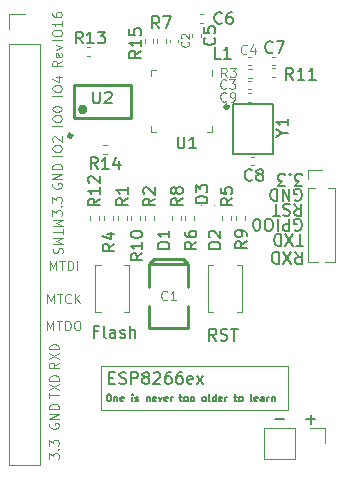
<source format=gbr>
%TF.GenerationSoftware,KiCad,Pcbnew,(6.0.0)*%
%TF.CreationDate,2022-02-12T21:43:18+08:00*%
%TF.ProjectId,esp8266,65737038-3236-4362-9e6b-696361645f70,rev?*%
%TF.SameCoordinates,Original*%
%TF.FileFunction,Legend,Top*%
%TF.FilePolarity,Positive*%
%FSLAX46Y46*%
G04 Gerber Fmt 4.6, Leading zero omitted, Abs format (unit mm)*
G04 Created by KiCad (PCBNEW (6.0.0)) date 2022-02-12 21:43:18*
%MOMM*%
%LPD*%
G01*
G04 APERTURE LIST*
%ADD10C,0.100000*%
%ADD11C,0.150000*%
%ADD12C,0.120000*%
%ADD13C,0.254000*%
%ADD14C,0.300000*%
%ADD15C,0.400000*%
%ADD16C,0.203200*%
G04 APERTURE END LIST*
D10*
X124870000Y-141780000D02*
X140650000Y-141780000D01*
X140650000Y-141780000D02*
X140650000Y-145500000D01*
X140650000Y-145500000D02*
X124870000Y-145500000D01*
X124870000Y-145500000D02*
X124870000Y-141780000D01*
D11*
X125444285Y-144201428D02*
X125558571Y-144201428D01*
X125615714Y-144230000D01*
X125672857Y-144287142D01*
X125701428Y-144401428D01*
X125701428Y-144601428D01*
X125672857Y-144715714D01*
X125615714Y-144772857D01*
X125558571Y-144801428D01*
X125444285Y-144801428D01*
X125387142Y-144772857D01*
X125330000Y-144715714D01*
X125301428Y-144601428D01*
X125301428Y-144401428D01*
X125330000Y-144287142D01*
X125387142Y-144230000D01*
X125444285Y-144201428D01*
X125958571Y-144401428D02*
X125958571Y-144801428D01*
X125958571Y-144458571D02*
X125987142Y-144430000D01*
X126044285Y-144401428D01*
X126130000Y-144401428D01*
X126187142Y-144430000D01*
X126215714Y-144487142D01*
X126215714Y-144801428D01*
X126730000Y-144772857D02*
X126672857Y-144801428D01*
X126558571Y-144801428D01*
X126501428Y-144772857D01*
X126472857Y-144715714D01*
X126472857Y-144487142D01*
X126501428Y-144430000D01*
X126558571Y-144401428D01*
X126672857Y-144401428D01*
X126730000Y-144430000D01*
X126758571Y-144487142D01*
X126758571Y-144544285D01*
X126472857Y-144601428D01*
X127472857Y-144801428D02*
X127472857Y-144401428D01*
X127472857Y-144201428D02*
X127444285Y-144230000D01*
X127472857Y-144258571D01*
X127501428Y-144230000D01*
X127472857Y-144201428D01*
X127472857Y-144258571D01*
X127730000Y-144772857D02*
X127787142Y-144801428D01*
X127901428Y-144801428D01*
X127958571Y-144772857D01*
X127987142Y-144715714D01*
X127987142Y-144687142D01*
X127958571Y-144630000D01*
X127901428Y-144601428D01*
X127815714Y-144601428D01*
X127758571Y-144572857D01*
X127730000Y-144515714D01*
X127730000Y-144487142D01*
X127758571Y-144430000D01*
X127815714Y-144401428D01*
X127901428Y-144401428D01*
X127958571Y-144430000D01*
X128701428Y-144401428D02*
X128701428Y-144801428D01*
X128701428Y-144458571D02*
X128730000Y-144430000D01*
X128787142Y-144401428D01*
X128872857Y-144401428D01*
X128930000Y-144430000D01*
X128958571Y-144487142D01*
X128958571Y-144801428D01*
X129472857Y-144772857D02*
X129415714Y-144801428D01*
X129301428Y-144801428D01*
X129244285Y-144772857D01*
X129215714Y-144715714D01*
X129215714Y-144487142D01*
X129244285Y-144430000D01*
X129301428Y-144401428D01*
X129415714Y-144401428D01*
X129472857Y-144430000D01*
X129501428Y-144487142D01*
X129501428Y-144544285D01*
X129215714Y-144601428D01*
X129701428Y-144401428D02*
X129844285Y-144801428D01*
X129987142Y-144401428D01*
X130444285Y-144772857D02*
X130387142Y-144801428D01*
X130272857Y-144801428D01*
X130215714Y-144772857D01*
X130187142Y-144715714D01*
X130187142Y-144487142D01*
X130215714Y-144430000D01*
X130272857Y-144401428D01*
X130387142Y-144401428D01*
X130444285Y-144430000D01*
X130472857Y-144487142D01*
X130472857Y-144544285D01*
X130187142Y-144601428D01*
X130730000Y-144801428D02*
X130730000Y-144401428D01*
X130730000Y-144515714D02*
X130758571Y-144458571D01*
X130787142Y-144430000D01*
X130844285Y-144401428D01*
X130901428Y-144401428D01*
X131472857Y-144401428D02*
X131701428Y-144401428D01*
X131558571Y-144201428D02*
X131558571Y-144715714D01*
X131587142Y-144772857D01*
X131644285Y-144801428D01*
X131701428Y-144801428D01*
X131987142Y-144801428D02*
X131930000Y-144772857D01*
X131901428Y-144744285D01*
X131872857Y-144687142D01*
X131872857Y-144515714D01*
X131901428Y-144458571D01*
X131930000Y-144430000D01*
X131987142Y-144401428D01*
X132072857Y-144401428D01*
X132130000Y-144430000D01*
X132158571Y-144458571D01*
X132187142Y-144515714D01*
X132187142Y-144687142D01*
X132158571Y-144744285D01*
X132130000Y-144772857D01*
X132072857Y-144801428D01*
X131987142Y-144801428D01*
X132530000Y-144801428D02*
X132472857Y-144772857D01*
X132444285Y-144744285D01*
X132415714Y-144687142D01*
X132415714Y-144515714D01*
X132444285Y-144458571D01*
X132472857Y-144430000D01*
X132530000Y-144401428D01*
X132615714Y-144401428D01*
X132672857Y-144430000D01*
X132701428Y-144458571D01*
X132730000Y-144515714D01*
X132730000Y-144687142D01*
X132701428Y-144744285D01*
X132672857Y-144772857D01*
X132615714Y-144801428D01*
X132530000Y-144801428D01*
X133530000Y-144801428D02*
X133472857Y-144772857D01*
X133444285Y-144744285D01*
X133415714Y-144687142D01*
X133415714Y-144515714D01*
X133444285Y-144458571D01*
X133472857Y-144430000D01*
X133530000Y-144401428D01*
X133615714Y-144401428D01*
X133672857Y-144430000D01*
X133701428Y-144458571D01*
X133730000Y-144515714D01*
X133730000Y-144687142D01*
X133701428Y-144744285D01*
X133672857Y-144772857D01*
X133615714Y-144801428D01*
X133530000Y-144801428D01*
X134072857Y-144801428D02*
X134015714Y-144772857D01*
X133987142Y-144715714D01*
X133987142Y-144201428D01*
X134558571Y-144801428D02*
X134558571Y-144201428D01*
X134558571Y-144772857D02*
X134501428Y-144801428D01*
X134387142Y-144801428D01*
X134330000Y-144772857D01*
X134301428Y-144744285D01*
X134272857Y-144687142D01*
X134272857Y-144515714D01*
X134301428Y-144458571D01*
X134330000Y-144430000D01*
X134387142Y-144401428D01*
X134501428Y-144401428D01*
X134558571Y-144430000D01*
X135072857Y-144772857D02*
X135015714Y-144801428D01*
X134901428Y-144801428D01*
X134844285Y-144772857D01*
X134815714Y-144715714D01*
X134815714Y-144487142D01*
X134844285Y-144430000D01*
X134901428Y-144401428D01*
X135015714Y-144401428D01*
X135072857Y-144430000D01*
X135101428Y-144487142D01*
X135101428Y-144544285D01*
X134815714Y-144601428D01*
X135358571Y-144801428D02*
X135358571Y-144401428D01*
X135358571Y-144515714D02*
X135387142Y-144458571D01*
X135415714Y-144430000D01*
X135472857Y-144401428D01*
X135530000Y-144401428D01*
X136101428Y-144401428D02*
X136330000Y-144401428D01*
X136187142Y-144201428D02*
X136187142Y-144715714D01*
X136215714Y-144772857D01*
X136272857Y-144801428D01*
X136330000Y-144801428D01*
X136615714Y-144801428D02*
X136558571Y-144772857D01*
X136530000Y-144744285D01*
X136501428Y-144687142D01*
X136501428Y-144515714D01*
X136530000Y-144458571D01*
X136558571Y-144430000D01*
X136615714Y-144401428D01*
X136701428Y-144401428D01*
X136758571Y-144430000D01*
X136787142Y-144458571D01*
X136815714Y-144515714D01*
X136815714Y-144687142D01*
X136787142Y-144744285D01*
X136758571Y-144772857D01*
X136701428Y-144801428D01*
X136615714Y-144801428D01*
X137615714Y-144801428D02*
X137558571Y-144772857D01*
X137530000Y-144715714D01*
X137530000Y-144201428D01*
X138072857Y-144772857D02*
X138015714Y-144801428D01*
X137901428Y-144801428D01*
X137844285Y-144772857D01*
X137815714Y-144715714D01*
X137815714Y-144487142D01*
X137844285Y-144430000D01*
X137901428Y-144401428D01*
X138015714Y-144401428D01*
X138072857Y-144430000D01*
X138101428Y-144487142D01*
X138101428Y-144544285D01*
X137815714Y-144601428D01*
X138615714Y-144801428D02*
X138615714Y-144487142D01*
X138587142Y-144430000D01*
X138530000Y-144401428D01*
X138415714Y-144401428D01*
X138358571Y-144430000D01*
X138615714Y-144772857D02*
X138558571Y-144801428D01*
X138415714Y-144801428D01*
X138358571Y-144772857D01*
X138330000Y-144715714D01*
X138330000Y-144658571D01*
X138358571Y-144601428D01*
X138415714Y-144572857D01*
X138558571Y-144572857D01*
X138615714Y-144544285D01*
X138901428Y-144801428D02*
X138901428Y-144401428D01*
X138901428Y-144515714D02*
X138930000Y-144458571D01*
X138958571Y-144430000D01*
X139015714Y-144401428D01*
X139072857Y-144401428D01*
X139272857Y-144401428D02*
X139272857Y-144801428D01*
X139272857Y-144458571D02*
X139301428Y-144430000D01*
X139358571Y-144401428D01*
X139444285Y-144401428D01*
X139501428Y-144430000D01*
X139530000Y-144487142D01*
X139530000Y-144801428D01*
X125531428Y-142778571D02*
X125864761Y-142778571D01*
X126007619Y-143302380D02*
X125531428Y-143302380D01*
X125531428Y-142302380D01*
X126007619Y-142302380D01*
X126388571Y-143254761D02*
X126531428Y-143302380D01*
X126769523Y-143302380D01*
X126864761Y-143254761D01*
X126912380Y-143207142D01*
X126960000Y-143111904D01*
X126960000Y-143016666D01*
X126912380Y-142921428D01*
X126864761Y-142873809D01*
X126769523Y-142826190D01*
X126579047Y-142778571D01*
X126483809Y-142730952D01*
X126436190Y-142683333D01*
X126388571Y-142588095D01*
X126388571Y-142492857D01*
X126436190Y-142397619D01*
X126483809Y-142350000D01*
X126579047Y-142302380D01*
X126817142Y-142302380D01*
X126960000Y-142350000D01*
X127388571Y-143302380D02*
X127388571Y-142302380D01*
X127769523Y-142302380D01*
X127864761Y-142350000D01*
X127912380Y-142397619D01*
X127960000Y-142492857D01*
X127960000Y-142635714D01*
X127912380Y-142730952D01*
X127864761Y-142778571D01*
X127769523Y-142826190D01*
X127388571Y-142826190D01*
X128531428Y-142730952D02*
X128436190Y-142683333D01*
X128388571Y-142635714D01*
X128340952Y-142540476D01*
X128340952Y-142492857D01*
X128388571Y-142397619D01*
X128436190Y-142350000D01*
X128531428Y-142302380D01*
X128721904Y-142302380D01*
X128817142Y-142350000D01*
X128864761Y-142397619D01*
X128912380Y-142492857D01*
X128912380Y-142540476D01*
X128864761Y-142635714D01*
X128817142Y-142683333D01*
X128721904Y-142730952D01*
X128531428Y-142730952D01*
X128436190Y-142778571D01*
X128388571Y-142826190D01*
X128340952Y-142921428D01*
X128340952Y-143111904D01*
X128388571Y-143207142D01*
X128436190Y-143254761D01*
X128531428Y-143302380D01*
X128721904Y-143302380D01*
X128817142Y-143254761D01*
X128864761Y-143207142D01*
X128912380Y-143111904D01*
X128912380Y-142921428D01*
X128864761Y-142826190D01*
X128817142Y-142778571D01*
X128721904Y-142730952D01*
X129293333Y-142397619D02*
X129340952Y-142350000D01*
X129436190Y-142302380D01*
X129674285Y-142302380D01*
X129769523Y-142350000D01*
X129817142Y-142397619D01*
X129864761Y-142492857D01*
X129864761Y-142588095D01*
X129817142Y-142730952D01*
X129245714Y-143302380D01*
X129864761Y-143302380D01*
X130721904Y-142302380D02*
X130531428Y-142302380D01*
X130436190Y-142350000D01*
X130388571Y-142397619D01*
X130293333Y-142540476D01*
X130245714Y-142730952D01*
X130245714Y-143111904D01*
X130293333Y-143207142D01*
X130340952Y-143254761D01*
X130436190Y-143302380D01*
X130626666Y-143302380D01*
X130721904Y-143254761D01*
X130769523Y-143207142D01*
X130817142Y-143111904D01*
X130817142Y-142873809D01*
X130769523Y-142778571D01*
X130721904Y-142730952D01*
X130626666Y-142683333D01*
X130436190Y-142683333D01*
X130340952Y-142730952D01*
X130293333Y-142778571D01*
X130245714Y-142873809D01*
X131674285Y-142302380D02*
X131483809Y-142302380D01*
X131388571Y-142350000D01*
X131340952Y-142397619D01*
X131245714Y-142540476D01*
X131198095Y-142730952D01*
X131198095Y-143111904D01*
X131245714Y-143207142D01*
X131293333Y-143254761D01*
X131388571Y-143302380D01*
X131579047Y-143302380D01*
X131674285Y-143254761D01*
X131721904Y-143207142D01*
X131769523Y-143111904D01*
X131769523Y-142873809D01*
X131721904Y-142778571D01*
X131674285Y-142730952D01*
X131579047Y-142683333D01*
X131388571Y-142683333D01*
X131293333Y-142730952D01*
X131245714Y-142778571D01*
X131198095Y-142873809D01*
X132579047Y-143254761D02*
X132483809Y-143302380D01*
X132293333Y-143302380D01*
X132198095Y-143254761D01*
X132150476Y-143159523D01*
X132150476Y-142778571D01*
X132198095Y-142683333D01*
X132293333Y-142635714D01*
X132483809Y-142635714D01*
X132579047Y-142683333D01*
X132626666Y-142778571D01*
X132626666Y-142873809D01*
X132150476Y-142969047D01*
X132960000Y-143302380D02*
X133483809Y-142635714D01*
X132960000Y-142635714D02*
X133483809Y-143302380D01*
X141213619Y-128071619D02*
X141546952Y-128547809D01*
X141785047Y-128071619D02*
X141785047Y-129071619D01*
X141404095Y-129071619D01*
X141308857Y-129024000D01*
X141261238Y-128976380D01*
X141213619Y-128881142D01*
X141213619Y-128738285D01*
X141261238Y-128643047D01*
X141308857Y-128595428D01*
X141404095Y-128547809D01*
X141785047Y-128547809D01*
X140832666Y-128119238D02*
X140689809Y-128071619D01*
X140451714Y-128071619D01*
X140356476Y-128119238D01*
X140308857Y-128166857D01*
X140261238Y-128262095D01*
X140261238Y-128357333D01*
X140308857Y-128452571D01*
X140356476Y-128500190D01*
X140451714Y-128547809D01*
X140642190Y-128595428D01*
X140737428Y-128643047D01*
X140785047Y-128690666D01*
X140832666Y-128785904D01*
X140832666Y-128881142D01*
X140785047Y-128976380D01*
X140737428Y-129024000D01*
X140642190Y-129071619D01*
X140404095Y-129071619D01*
X140261238Y-129024000D01*
X139975523Y-129071619D02*
X139404095Y-129071619D01*
X139689809Y-128071619D02*
X139689809Y-129071619D01*
X139543047Y-146321428D02*
X140304952Y-146321428D01*
D10*
X120465904Y-144519523D02*
X120465904Y-144062380D01*
X121265904Y-144290952D02*
X120465904Y-144290952D01*
X120465904Y-143871904D02*
X121265904Y-143338571D01*
X120465904Y-143338571D02*
X121265904Y-143871904D01*
X121265904Y-143033809D02*
X120465904Y-143033809D01*
X120465904Y-142843333D01*
X120504000Y-142729047D01*
X120580190Y-142652857D01*
X120656380Y-142614761D01*
X120808761Y-142576666D01*
X120923047Y-142576666D01*
X121075428Y-142614761D01*
X121151619Y-142652857D01*
X121227809Y-142729047D01*
X121265904Y-142843333D01*
X121265904Y-143033809D01*
X120758000Y-126339523D02*
X120719904Y-126415714D01*
X120719904Y-126530000D01*
X120758000Y-126644285D01*
X120834190Y-126720476D01*
X120910380Y-126758571D01*
X121062761Y-126796666D01*
X121177047Y-126796666D01*
X121329428Y-126758571D01*
X121405619Y-126720476D01*
X121481809Y-126644285D01*
X121519904Y-126530000D01*
X121519904Y-126453809D01*
X121481809Y-126339523D01*
X121443714Y-126301428D01*
X121177047Y-126301428D01*
X121177047Y-126453809D01*
X121519904Y-125958571D02*
X120719904Y-125958571D01*
X121519904Y-125501428D01*
X120719904Y-125501428D01*
X121519904Y-125120476D02*
X120719904Y-125120476D01*
X120719904Y-124930000D01*
X120758000Y-124815714D01*
X120834190Y-124739523D01*
X120910380Y-124701428D01*
X121062761Y-124663333D01*
X121177047Y-124663333D01*
X121329428Y-124701428D01*
X121405619Y-124739523D01*
X121481809Y-124815714D01*
X121519904Y-124930000D01*
X121519904Y-125120476D01*
D11*
X141880286Y-126531619D02*
X141261238Y-126531619D01*
X141594571Y-126150666D01*
X141451714Y-126150666D01*
X141356476Y-126103047D01*
X141308857Y-126055428D01*
X141261238Y-125960190D01*
X141261238Y-125722095D01*
X141308857Y-125626857D01*
X141356476Y-125579238D01*
X141451714Y-125531619D01*
X141737428Y-125531619D01*
X141832667Y-125579238D01*
X141880286Y-125626857D01*
X140832667Y-125626857D02*
X140785047Y-125579238D01*
X140832667Y-125531619D01*
X140880286Y-125579238D01*
X140832667Y-125626857D01*
X140832667Y-125531619D01*
X140451714Y-126531619D02*
X139832667Y-126531619D01*
X140166000Y-126150666D01*
X140023143Y-126150666D01*
X139927905Y-126103047D01*
X139880286Y-126055428D01*
X139832667Y-125960190D01*
X139832667Y-125722095D01*
X139880286Y-125626857D01*
X139927905Y-125579238D01*
X140023143Y-125531619D01*
X140308857Y-125531619D01*
X140404095Y-125579238D01*
X140451714Y-125626857D01*
X141261238Y-130294000D02*
X141356476Y-130341619D01*
X141499333Y-130341619D01*
X141642190Y-130294000D01*
X141737428Y-130198761D01*
X141785048Y-130103523D01*
X141832667Y-129913047D01*
X141832667Y-129770190D01*
X141785048Y-129579714D01*
X141737428Y-129484476D01*
X141642190Y-129389238D01*
X141499333Y-129341619D01*
X141404095Y-129341619D01*
X141261238Y-129389238D01*
X141213619Y-129436857D01*
X141213619Y-129770190D01*
X141404095Y-129770190D01*
X140785048Y-129341619D02*
X140785048Y-130341619D01*
X140404095Y-130341619D01*
X140308857Y-130294000D01*
X140261238Y-130246380D01*
X140213619Y-130151142D01*
X140213619Y-130008285D01*
X140261238Y-129913047D01*
X140308857Y-129865428D01*
X140404095Y-129817809D01*
X140785048Y-129817809D01*
X139785048Y-129341619D02*
X139785048Y-130341619D01*
X139118381Y-130341619D02*
X138927905Y-130341619D01*
X138832667Y-130294000D01*
X138737428Y-130198761D01*
X138689809Y-130008285D01*
X138689809Y-129674952D01*
X138737428Y-129484476D01*
X138832667Y-129389238D01*
X138927905Y-129341619D01*
X139118381Y-129341619D01*
X139213619Y-129389238D01*
X139308857Y-129484476D01*
X139356476Y-129674952D01*
X139356476Y-130008285D01*
X139308857Y-130198761D01*
X139213619Y-130294000D01*
X139118381Y-130341619D01*
X138070762Y-130341619D02*
X137975524Y-130341619D01*
X137880286Y-130294000D01*
X137832667Y-130246380D01*
X137785048Y-130151142D01*
X137737428Y-129960666D01*
X137737428Y-129722571D01*
X137785048Y-129532095D01*
X137832667Y-129436857D01*
X137880286Y-129389238D01*
X137975524Y-129341619D01*
X138070762Y-129341619D01*
X138166000Y-129389238D01*
X138213619Y-129436857D01*
X138261238Y-129532095D01*
X138308857Y-129722571D01*
X138308857Y-129960666D01*
X138261238Y-130151142D01*
X138213619Y-130246380D01*
X138166000Y-130294000D01*
X138070762Y-130341619D01*
D10*
X120275523Y-138791904D02*
X120275523Y-137991904D01*
X120542190Y-138563333D01*
X120808857Y-137991904D01*
X120808857Y-138791904D01*
X121075523Y-137991904D02*
X121532666Y-137991904D01*
X121304095Y-138791904D02*
X121304095Y-137991904D01*
X121799333Y-138791904D02*
X121799333Y-137991904D01*
X121989809Y-137991904D01*
X122104095Y-138030000D01*
X122180285Y-138106190D01*
X122218380Y-138182380D01*
X122256476Y-138334761D01*
X122256476Y-138449047D01*
X122218380Y-138601428D01*
X122180285Y-138677619D01*
X122104095Y-138753809D01*
X121989809Y-138791904D01*
X121799333Y-138791904D01*
X122751714Y-137991904D02*
X122904095Y-137991904D01*
X122980285Y-138030000D01*
X123056476Y-138106190D01*
X123094571Y-138258571D01*
X123094571Y-138525238D01*
X123056476Y-138677619D01*
X122980285Y-138753809D01*
X122904095Y-138791904D01*
X122751714Y-138791904D01*
X122675523Y-138753809D01*
X122599333Y-138677619D01*
X122561238Y-138525238D01*
X122561238Y-138258571D01*
X122599333Y-138106190D01*
X122675523Y-138030000D01*
X122751714Y-137991904D01*
X121519904Y-114210952D02*
X120719904Y-114210952D01*
X120719904Y-113677619D02*
X120719904Y-113525238D01*
X120758000Y-113449047D01*
X120834190Y-113372857D01*
X120986571Y-113334761D01*
X121253238Y-113334761D01*
X121405619Y-113372857D01*
X121481809Y-113449047D01*
X121519904Y-113525238D01*
X121519904Y-113677619D01*
X121481809Y-113753809D01*
X121405619Y-113830000D01*
X121253238Y-113868095D01*
X120986571Y-113868095D01*
X120834190Y-113830000D01*
X120758000Y-113753809D01*
X120719904Y-113677619D01*
X121519904Y-112572857D02*
X121519904Y-113030000D01*
X121519904Y-112801428D02*
X120719904Y-112801428D01*
X120834190Y-112877619D01*
X120910380Y-112953809D01*
X120948476Y-113030000D01*
X120719904Y-111887142D02*
X120719904Y-112039523D01*
X120758000Y-112115714D01*
X120796095Y-112153809D01*
X120910380Y-112230000D01*
X121062761Y-112268095D01*
X121367523Y-112268095D01*
X121443714Y-112230000D01*
X121481809Y-112191904D01*
X121519904Y-112115714D01*
X121519904Y-111963333D01*
X121481809Y-111887142D01*
X121443714Y-111849047D01*
X121367523Y-111810952D01*
X121177047Y-111810952D01*
X121100857Y-111849047D01*
X121062761Y-111887142D01*
X121024666Y-111963333D01*
X121024666Y-112115714D01*
X121062761Y-112191904D01*
X121100857Y-112230000D01*
X121177047Y-112268095D01*
X120504000Y-146659523D02*
X120465904Y-146735714D01*
X120465904Y-146850000D01*
X120504000Y-146964285D01*
X120580190Y-147040476D01*
X120656380Y-147078571D01*
X120808761Y-147116666D01*
X120923047Y-147116666D01*
X121075428Y-147078571D01*
X121151619Y-147040476D01*
X121227809Y-146964285D01*
X121265904Y-146850000D01*
X121265904Y-146773809D01*
X121227809Y-146659523D01*
X121189714Y-146621428D01*
X120923047Y-146621428D01*
X120923047Y-146773809D01*
X121265904Y-146278571D02*
X120465904Y-146278571D01*
X121265904Y-145821428D01*
X120465904Y-145821428D01*
X121265904Y-145440476D02*
X120465904Y-145440476D01*
X120465904Y-145250000D01*
X120504000Y-145135714D01*
X120580190Y-145059523D01*
X120656380Y-145021428D01*
X120808761Y-144983333D01*
X120923047Y-144983333D01*
X121075428Y-145021428D01*
X121151619Y-145059523D01*
X121227809Y-145135714D01*
X121265904Y-145250000D01*
X121265904Y-145440476D01*
D11*
X142204381Y-146321428D02*
X142966286Y-146321428D01*
X142585334Y-146702380D02*
X142585334Y-145940476D01*
D10*
X121519904Y-121450000D02*
X120719904Y-121450000D01*
X120719904Y-120916666D02*
X120719904Y-120764285D01*
X120758000Y-120688095D01*
X120834190Y-120611904D01*
X120986571Y-120573809D01*
X121253238Y-120573809D01*
X121405619Y-120611904D01*
X121481809Y-120688095D01*
X121519904Y-120764285D01*
X121519904Y-120916666D01*
X121481809Y-120992857D01*
X121405619Y-121069047D01*
X121253238Y-121107142D01*
X120986571Y-121107142D01*
X120834190Y-121069047D01*
X120758000Y-120992857D01*
X120719904Y-120916666D01*
X120719904Y-120078571D02*
X120719904Y-120002380D01*
X120758000Y-119926190D01*
X120796095Y-119888095D01*
X120872285Y-119850000D01*
X121024666Y-119811904D01*
X121215142Y-119811904D01*
X121367523Y-119850000D01*
X121443714Y-119888095D01*
X121481809Y-119926190D01*
X121519904Y-120002380D01*
X121519904Y-120078571D01*
X121481809Y-120154761D01*
X121443714Y-120192857D01*
X121367523Y-120230952D01*
X121215142Y-120269047D01*
X121024666Y-120269047D01*
X120872285Y-120230952D01*
X120796095Y-120192857D01*
X120758000Y-120154761D01*
X120719904Y-120078571D01*
D11*
X141247712Y-132121682D02*
X141581046Y-132597872D01*
X141819141Y-132121682D02*
X141819141Y-133121682D01*
X141438188Y-133121682D01*
X141342950Y-133074063D01*
X141295331Y-133026443D01*
X141247712Y-132931205D01*
X141247712Y-132788348D01*
X141295331Y-132693110D01*
X141342950Y-132645491D01*
X141438188Y-132597872D01*
X141819141Y-132597872D01*
X140914379Y-133121682D02*
X140247712Y-132121682D01*
X140247712Y-133121682D02*
X140914379Y-132121682D01*
X139866760Y-132121682D02*
X139866760Y-133121682D01*
X139628665Y-133121682D01*
X139485807Y-133074063D01*
X139390569Y-132978824D01*
X139342950Y-132883586D01*
X139295331Y-132693110D01*
X139295331Y-132550253D01*
X139342950Y-132359777D01*
X139390569Y-132264539D01*
X139485807Y-132169301D01*
X139628665Y-132121682D01*
X139866760Y-132121682D01*
D10*
X121519904Y-115970000D02*
X121138952Y-116236666D01*
X121519904Y-116427142D02*
X120719904Y-116427142D01*
X120719904Y-116122380D01*
X120758000Y-116046190D01*
X120796095Y-116008095D01*
X120872285Y-115970000D01*
X120986571Y-115970000D01*
X121062761Y-116008095D01*
X121100857Y-116046190D01*
X121138952Y-116122380D01*
X121138952Y-116427142D01*
X121481809Y-115322380D02*
X121519904Y-115398571D01*
X121519904Y-115550952D01*
X121481809Y-115627142D01*
X121405619Y-115665238D01*
X121100857Y-115665238D01*
X121024666Y-115627142D01*
X120986571Y-115550952D01*
X120986571Y-115398571D01*
X121024666Y-115322380D01*
X121100857Y-115284285D01*
X121177047Y-115284285D01*
X121253238Y-115665238D01*
X120986571Y-115017619D02*
X121519904Y-114827142D01*
X120986571Y-114636666D01*
X121519904Y-123990000D02*
X120719904Y-123990000D01*
X120719904Y-123456666D02*
X120719904Y-123304285D01*
X120758000Y-123228095D01*
X120834190Y-123151904D01*
X120986571Y-123113809D01*
X121253238Y-123113809D01*
X121405619Y-123151904D01*
X121481809Y-123228095D01*
X121519904Y-123304285D01*
X121519904Y-123456666D01*
X121481809Y-123532857D01*
X121405619Y-123609047D01*
X121253238Y-123647142D01*
X120986571Y-123647142D01*
X120834190Y-123609047D01*
X120758000Y-123532857D01*
X120719904Y-123456666D01*
X120796095Y-122809047D02*
X120758000Y-122770952D01*
X120719904Y-122694761D01*
X120719904Y-122504285D01*
X120758000Y-122428095D01*
X120796095Y-122390000D01*
X120872285Y-122351904D01*
X120948476Y-122351904D01*
X121062761Y-122390000D01*
X121519904Y-122847142D01*
X121519904Y-122351904D01*
X120719904Y-129108095D02*
X120719904Y-128612857D01*
X121024666Y-128879523D01*
X121024666Y-128765238D01*
X121062761Y-128689047D01*
X121100857Y-128650952D01*
X121177047Y-128612857D01*
X121367523Y-128612857D01*
X121443714Y-128650952D01*
X121481809Y-128689047D01*
X121519904Y-128765238D01*
X121519904Y-128993809D01*
X121481809Y-129070000D01*
X121443714Y-129108095D01*
X121443714Y-128270000D02*
X121481809Y-128231904D01*
X121519904Y-128270000D01*
X121481809Y-128308095D01*
X121443714Y-128270000D01*
X121519904Y-128270000D01*
X120719904Y-127965238D02*
X120719904Y-127470000D01*
X121024666Y-127736666D01*
X121024666Y-127622380D01*
X121062761Y-127546190D01*
X121100857Y-127508095D01*
X121177047Y-127470000D01*
X121367523Y-127470000D01*
X121443714Y-127508095D01*
X121481809Y-127546190D01*
X121519904Y-127622380D01*
X121519904Y-127850952D01*
X121481809Y-127927142D01*
X121443714Y-127965238D01*
X120294571Y-136505904D02*
X120294571Y-135705904D01*
X120561238Y-136277333D01*
X120827904Y-135705904D01*
X120827904Y-136505904D01*
X121094571Y-135705904D02*
X121551714Y-135705904D01*
X121323142Y-136505904D02*
X121323142Y-135705904D01*
X122275523Y-136429714D02*
X122237428Y-136467809D01*
X122123142Y-136505904D01*
X122046952Y-136505904D01*
X121932666Y-136467809D01*
X121856476Y-136391619D01*
X121818380Y-136315428D01*
X121780285Y-136163047D01*
X121780285Y-136048761D01*
X121818380Y-135896380D01*
X121856476Y-135820190D01*
X121932666Y-135744000D01*
X122046952Y-135705904D01*
X122123142Y-135705904D01*
X122237428Y-135744000D01*
X122275523Y-135782095D01*
X122618380Y-136505904D02*
X122618380Y-135705904D01*
X123075523Y-136505904D02*
X122732666Y-136048761D01*
X123075523Y-135705904D02*
X122618380Y-136163047D01*
X121519904Y-118910000D02*
X120719904Y-118910000D01*
X120719904Y-118376666D02*
X120719904Y-118224285D01*
X120758000Y-118148095D01*
X120834190Y-118071904D01*
X120986571Y-118033809D01*
X121253238Y-118033809D01*
X121405619Y-118071904D01*
X121481809Y-118148095D01*
X121519904Y-118224285D01*
X121519904Y-118376666D01*
X121481809Y-118452857D01*
X121405619Y-118529047D01*
X121253238Y-118567142D01*
X120986571Y-118567142D01*
X120834190Y-118529047D01*
X120758000Y-118452857D01*
X120719904Y-118376666D01*
X120986571Y-117348095D02*
X121519904Y-117348095D01*
X120681809Y-117538571D02*
X121253238Y-117729047D01*
X121253238Y-117233809D01*
D11*
X141261238Y-127754000D02*
X141356476Y-127801619D01*
X141499334Y-127801619D01*
X141642191Y-127754000D01*
X141737429Y-127658761D01*
X141785048Y-127563523D01*
X141832667Y-127373047D01*
X141832667Y-127230190D01*
X141785048Y-127039714D01*
X141737429Y-126944476D01*
X141642191Y-126849238D01*
X141499334Y-126801619D01*
X141404095Y-126801619D01*
X141261238Y-126849238D01*
X141213619Y-126896857D01*
X141213619Y-127230190D01*
X141404095Y-127230190D01*
X140785048Y-126801619D02*
X140785048Y-127801619D01*
X140213619Y-126801619D01*
X140213619Y-127801619D01*
X139737429Y-126801619D02*
X139737429Y-127801619D01*
X139499334Y-127801619D01*
X139356476Y-127754000D01*
X139261238Y-127658761D01*
X139213619Y-127563523D01*
X139166000Y-127373047D01*
X139166000Y-127230190D01*
X139213619Y-127039714D01*
X139261238Y-126944476D01*
X139356476Y-126849238D01*
X139499334Y-126801619D01*
X139737429Y-126801619D01*
D10*
X121265904Y-141503333D02*
X120884952Y-141770000D01*
X121265904Y-141960476D02*
X120465904Y-141960476D01*
X120465904Y-141655714D01*
X120504000Y-141579523D01*
X120542095Y-141541428D01*
X120618285Y-141503333D01*
X120732571Y-141503333D01*
X120808761Y-141541428D01*
X120846857Y-141579523D01*
X120884952Y-141655714D01*
X120884952Y-141960476D01*
X120465904Y-141236666D02*
X121265904Y-140703333D01*
X120465904Y-140703333D02*
X121265904Y-141236666D01*
X121265904Y-140398571D02*
X120465904Y-140398571D01*
X120465904Y-140208095D01*
X120504000Y-140093809D01*
X120580190Y-140017619D01*
X120656380Y-139979523D01*
X120808761Y-139941428D01*
X120923047Y-139941428D01*
X121075428Y-139979523D01*
X121151619Y-140017619D01*
X121227809Y-140093809D01*
X121265904Y-140208095D01*
X121265904Y-140398571D01*
X120796095Y-129400476D02*
X121596095Y-129400476D01*
X121024666Y-129667142D01*
X121596095Y-129933809D01*
X120796095Y-129933809D01*
X121596095Y-130200476D02*
X121596095Y-130657619D01*
X120796095Y-130429047D02*
X121596095Y-130429047D01*
X120796095Y-130924285D02*
X121596095Y-130924285D01*
X121024666Y-131190952D01*
X121596095Y-131457619D01*
X120796095Y-131457619D01*
X120834190Y-131800476D02*
X120796095Y-131914761D01*
X120796095Y-132105238D01*
X120834190Y-132181428D01*
X120872285Y-132219523D01*
X120948476Y-132257619D01*
X121024666Y-132257619D01*
X121100857Y-132219523D01*
X121138952Y-132181428D01*
X121177047Y-132105238D01*
X121215142Y-131952857D01*
X121253238Y-131876666D01*
X121291333Y-131838571D01*
X121367523Y-131800476D01*
X121443714Y-131800476D01*
X121519904Y-131838571D01*
X121558000Y-131876666D01*
X121596095Y-131952857D01*
X121596095Y-132143333D01*
X121558000Y-132257619D01*
X120465904Y-149682095D02*
X120465904Y-149186857D01*
X120770666Y-149453523D01*
X120770666Y-149339238D01*
X120808761Y-149263047D01*
X120846857Y-149224952D01*
X120923047Y-149186857D01*
X121113523Y-149186857D01*
X121189714Y-149224952D01*
X121227809Y-149263047D01*
X121265904Y-149339238D01*
X121265904Y-149567809D01*
X121227809Y-149644000D01*
X121189714Y-149682095D01*
X121189714Y-148844000D02*
X121227809Y-148805904D01*
X121265904Y-148844000D01*
X121227809Y-148882095D01*
X121189714Y-148844000D01*
X121265904Y-148844000D01*
X120465904Y-148539238D02*
X120465904Y-148044000D01*
X120770666Y-148310666D01*
X120770666Y-148196380D01*
X120808761Y-148120190D01*
X120846857Y-148082095D01*
X120923047Y-148044000D01*
X121113523Y-148044000D01*
X121189714Y-148082095D01*
X121227809Y-148120190D01*
X121265904Y-148196380D01*
X121265904Y-148424952D01*
X121227809Y-148501142D01*
X121189714Y-148539238D01*
X120504095Y-133711904D02*
X120504095Y-132911904D01*
X120770761Y-133483333D01*
X121037428Y-132911904D01*
X121037428Y-133711904D01*
X121304095Y-132911904D02*
X121761238Y-132911904D01*
X121532666Y-133711904D02*
X121532666Y-132911904D01*
X122027904Y-133711904D02*
X122027904Y-132911904D01*
X122218380Y-132911904D01*
X122332666Y-132950000D01*
X122408857Y-133026190D01*
X122446952Y-133102380D01*
X122485047Y-133254761D01*
X122485047Y-133369047D01*
X122446952Y-133521428D01*
X122408857Y-133597619D01*
X122332666Y-133673809D01*
X122218380Y-133711904D01*
X122027904Y-133711904D01*
X122827904Y-133711904D02*
X122827904Y-132911904D01*
D11*
X141927904Y-131611619D02*
X141356476Y-131611619D01*
X141642190Y-130611619D02*
X141642190Y-131611619D01*
X141118380Y-131611619D02*
X140451714Y-130611619D01*
X140451714Y-131611619D02*
X141118380Y-130611619D01*
X140070761Y-130611619D02*
X140070761Y-131611619D01*
X139832666Y-131611619D01*
X139689809Y-131564000D01*
X139594571Y-131468761D01*
X139546952Y-131373523D01*
X139499333Y-131183047D01*
X139499333Y-131040190D01*
X139546952Y-130849714D01*
X139594571Y-130754476D01*
X139689809Y-130659238D01*
X139832666Y-130611619D01*
X140070761Y-130611619D01*
%TO.C,R9*%
X137180893Y-131248778D02*
X136704703Y-131582112D01*
X137180893Y-131820207D02*
X136180893Y-131820207D01*
X136180893Y-131439254D01*
X136228513Y-131344016D01*
X136276132Y-131296397D01*
X136371370Y-131248778D01*
X136514227Y-131248778D01*
X136609465Y-131296397D01*
X136657084Y-131344016D01*
X136704703Y-131439254D01*
X136704703Y-131820207D01*
X137180893Y-130772588D02*
X137180893Y-130582112D01*
X137133274Y-130486873D01*
X137085655Y-130439254D01*
X136942798Y-130344016D01*
X136752322Y-130296397D01*
X136371370Y-130296397D01*
X136276132Y-130344016D01*
X136228513Y-130391635D01*
X136180893Y-130486873D01*
X136180893Y-130677350D01*
X136228513Y-130772588D01*
X136276132Y-130820207D01*
X136371370Y-130867826D01*
X136609465Y-130867826D01*
X136704703Y-130820207D01*
X136752322Y-130772588D01*
X136799941Y-130677350D01*
X136799941Y-130486873D01*
X136752322Y-130391635D01*
X136704703Y-130344016D01*
X136609465Y-130296397D01*
%TO.C,L1*%
X134961333Y-115768380D02*
X134485142Y-115768380D01*
X134485142Y-114768380D01*
X135818476Y-115768380D02*
X135247047Y-115768380D01*
X135532761Y-115768380D02*
X135532761Y-114768380D01*
X135437523Y-114911238D01*
X135342285Y-115006476D01*
X135247047Y-115054095D01*
%TO.C,R8*%
X131744225Y-127609495D02*
X131268035Y-127942829D01*
X131744225Y-128180924D02*
X130744225Y-128180924D01*
X130744225Y-127799971D01*
X130791845Y-127704733D01*
X130839464Y-127657114D01*
X130934702Y-127609495D01*
X131077559Y-127609495D01*
X131172797Y-127657114D01*
X131220416Y-127704733D01*
X131268035Y-127799971D01*
X131268035Y-128180924D01*
X131172797Y-127038067D02*
X131125178Y-127133305D01*
X131077559Y-127180924D01*
X130982321Y-127228543D01*
X130934702Y-127228543D01*
X130839464Y-127180924D01*
X130791845Y-127133305D01*
X130744225Y-127038067D01*
X130744225Y-126847590D01*
X130791845Y-126752352D01*
X130839464Y-126704733D01*
X130934702Y-126657114D01*
X130982321Y-126657114D01*
X131077559Y-126704733D01*
X131125178Y-126752352D01*
X131172797Y-126847590D01*
X131172797Y-127038067D01*
X131220416Y-127133305D01*
X131268035Y-127180924D01*
X131363273Y-127228543D01*
X131553749Y-127228543D01*
X131648987Y-127180924D01*
X131696606Y-127133305D01*
X131744225Y-127038067D01*
X131744225Y-126847590D01*
X131696606Y-126752352D01*
X131648987Y-126704733D01*
X131553749Y-126657114D01*
X131363273Y-126657114D01*
X131268035Y-126704733D01*
X131220416Y-126752352D01*
X131172797Y-126847590D01*
%TO.C,D2*%
X134944881Y-131855302D02*
X133944881Y-131855302D01*
X133944881Y-131617207D01*
X133992501Y-131474349D01*
X134087739Y-131379111D01*
X134182977Y-131331492D01*
X134373453Y-131283873D01*
X134516310Y-131283873D01*
X134706786Y-131331492D01*
X134802024Y-131379111D01*
X134897262Y-131474349D01*
X134944881Y-131617207D01*
X134944881Y-131855302D01*
X134040120Y-130902921D02*
X133992501Y-130855302D01*
X133944881Y-130760064D01*
X133944881Y-130521968D01*
X133992501Y-130426730D01*
X134040120Y-130379111D01*
X134135358Y-130331492D01*
X134230596Y-130331492D01*
X134373453Y-130379111D01*
X134944881Y-130950540D01*
X134944881Y-130331492D01*
%TO.C,U1*%
X131320095Y-122370380D02*
X131320095Y-123179904D01*
X131367714Y-123275142D01*
X131415333Y-123322761D01*
X131510571Y-123370380D01*
X131701047Y-123370380D01*
X131796285Y-123322761D01*
X131843904Y-123275142D01*
X131891523Y-123179904D01*
X131891523Y-122370380D01*
X132891523Y-123370380D02*
X132320095Y-123370380D01*
X132605809Y-123370380D02*
X132605809Y-122370380D01*
X132510571Y-122513238D01*
X132415333Y-122608476D01*
X132320095Y-122656095D01*
%TO.C,R5*%
X135952279Y-127593244D02*
X135476089Y-127926578D01*
X135952279Y-128164673D02*
X134952279Y-128164673D01*
X134952279Y-127783720D01*
X134999899Y-127688482D01*
X135047518Y-127640863D01*
X135142756Y-127593244D01*
X135285613Y-127593244D01*
X135380851Y-127640863D01*
X135428470Y-127688482D01*
X135476089Y-127783720D01*
X135476089Y-128164673D01*
X134952279Y-126688482D02*
X134952279Y-127164673D01*
X135428470Y-127212292D01*
X135380851Y-127164673D01*
X135333232Y-127069435D01*
X135333232Y-126831339D01*
X135380851Y-126736101D01*
X135428470Y-126688482D01*
X135523708Y-126640863D01*
X135761803Y-126640863D01*
X135857041Y-126688482D01*
X135904660Y-126736101D01*
X135952279Y-126831339D01*
X135952279Y-127069435D01*
X135904660Y-127164673D01*
X135857041Y-127212292D01*
D10*
%TO.C,C2*%
X132240071Y-114332154D02*
X132273404Y-114365488D01*
X132306737Y-114465488D01*
X132306737Y-114532154D01*
X132273404Y-114632154D01*
X132206737Y-114698821D01*
X132140071Y-114732154D01*
X132006737Y-114765488D01*
X131906737Y-114765488D01*
X131773404Y-114732154D01*
X131706737Y-114698821D01*
X131640071Y-114632154D01*
X131606737Y-114532154D01*
X131606737Y-114465488D01*
X131640071Y-114365488D01*
X131673404Y-114332154D01*
X131673404Y-114065488D02*
X131640071Y-114032154D01*
X131606737Y-113965488D01*
X131606737Y-113798821D01*
X131640071Y-113732154D01*
X131673404Y-113698821D01*
X131740071Y-113665488D01*
X131806737Y-113665488D01*
X131906737Y-113698821D01*
X132306737Y-114098821D01*
X132306737Y-113665488D01*
D11*
%TO.C,C7*%
X139361008Y-115217871D02*
X139313389Y-115265490D01*
X139170532Y-115313109D01*
X139075294Y-115313109D01*
X138932436Y-115265490D01*
X138837198Y-115170252D01*
X138789579Y-115075014D01*
X138741960Y-114884538D01*
X138741960Y-114741681D01*
X138789579Y-114551205D01*
X138837198Y-114455967D01*
X138932436Y-114360729D01*
X139075294Y-114313109D01*
X139170532Y-114313109D01*
X139313389Y-114360729D01*
X139361008Y-114408348D01*
X139694341Y-114313109D02*
X140361008Y-114313109D01*
X139932436Y-115313109D01*
%TO.C,R11*%
X141089142Y-117546380D02*
X140755809Y-117070190D01*
X140517714Y-117546380D02*
X140517714Y-116546380D01*
X140898666Y-116546380D01*
X140993904Y-116594000D01*
X141041523Y-116641619D01*
X141089142Y-116736857D01*
X141089142Y-116879714D01*
X141041523Y-116974952D01*
X140993904Y-117022571D01*
X140898666Y-117070190D01*
X140517714Y-117070190D01*
X142041523Y-117546380D02*
X141470095Y-117546380D01*
X141755809Y-117546380D02*
X141755809Y-116546380D01*
X141660571Y-116689238D01*
X141565333Y-116784476D01*
X141470095Y-116832095D01*
X142993904Y-117546380D02*
X142422476Y-117546380D01*
X142708190Y-117546380D02*
X142708190Y-116546380D01*
X142612952Y-116689238D01*
X142517714Y-116784476D01*
X142422476Y-116832095D01*
%TO.C,R14*%
X124546142Y-125122380D02*
X124212809Y-124646190D01*
X123974714Y-125122380D02*
X123974714Y-124122380D01*
X124355666Y-124122380D01*
X124450904Y-124170000D01*
X124498523Y-124217619D01*
X124546142Y-124312857D01*
X124546142Y-124455714D01*
X124498523Y-124550952D01*
X124450904Y-124598571D01*
X124355666Y-124646190D01*
X123974714Y-124646190D01*
X125498523Y-125122380D02*
X124927095Y-125122380D01*
X125212809Y-125122380D02*
X125212809Y-124122380D01*
X125117571Y-124265238D01*
X125022333Y-124360476D01*
X124927095Y-124408095D01*
X126355666Y-124455714D02*
X126355666Y-125122380D01*
X126117571Y-124074761D02*
X125879476Y-124789047D01*
X126498523Y-124789047D01*
%TO.C,SW2*%
X124555428Y-138866571D02*
X124222095Y-138866571D01*
X124222095Y-139390380D02*
X124222095Y-138390380D01*
X124698285Y-138390380D01*
X125222095Y-139390380D02*
X125126857Y-139342761D01*
X125079238Y-139247523D01*
X125079238Y-138390380D01*
X126031619Y-139390380D02*
X126031619Y-138866571D01*
X125984000Y-138771333D01*
X125888761Y-138723714D01*
X125698285Y-138723714D01*
X125603047Y-138771333D01*
X126031619Y-139342761D02*
X125936380Y-139390380D01*
X125698285Y-139390380D01*
X125603047Y-139342761D01*
X125555428Y-139247523D01*
X125555428Y-139152285D01*
X125603047Y-139057047D01*
X125698285Y-139009428D01*
X125936380Y-139009428D01*
X126031619Y-138961809D01*
X126460190Y-139342761D02*
X126555428Y-139390380D01*
X126745904Y-139390380D01*
X126841142Y-139342761D01*
X126888761Y-139247523D01*
X126888761Y-139199904D01*
X126841142Y-139104666D01*
X126745904Y-139057047D01*
X126603047Y-139057047D01*
X126507809Y-139009428D01*
X126460190Y-138914190D01*
X126460190Y-138866571D01*
X126507809Y-138771333D01*
X126603047Y-138723714D01*
X126745904Y-138723714D01*
X126841142Y-138771333D01*
X127317333Y-139390380D02*
X127317333Y-138390380D01*
X127745904Y-139390380D02*
X127745904Y-138866571D01*
X127698285Y-138771333D01*
X127603047Y-138723714D01*
X127460190Y-138723714D01*
X127364952Y-138771333D01*
X127317333Y-138818952D01*
%TO.C,R13*%
X123276142Y-114486380D02*
X122942809Y-114010190D01*
X122704714Y-114486380D02*
X122704714Y-113486380D01*
X123085666Y-113486380D01*
X123180904Y-113534000D01*
X123228523Y-113581619D01*
X123276142Y-113676857D01*
X123276142Y-113819714D01*
X123228523Y-113914952D01*
X123180904Y-113962571D01*
X123085666Y-114010190D01*
X122704714Y-114010190D01*
X124228523Y-114486380D02*
X123657095Y-114486380D01*
X123942809Y-114486380D02*
X123942809Y-113486380D01*
X123847571Y-113629238D01*
X123752333Y-113724476D01*
X123657095Y-113772095D01*
X124561857Y-113486380D02*
X125180904Y-113486380D01*
X124847571Y-113867333D01*
X124990428Y-113867333D01*
X125085666Y-113914952D01*
X125133285Y-113962571D01*
X125180904Y-114057809D01*
X125180904Y-114295904D01*
X125133285Y-114391142D01*
X125085666Y-114438761D01*
X124990428Y-114486380D01*
X124704714Y-114486380D01*
X124609476Y-114438761D01*
X124561857Y-114391142D01*
D10*
%TO.C,C3*%
X135430384Y-118262239D02*
X135392289Y-118300334D01*
X135278003Y-118338429D01*
X135201813Y-118338429D01*
X135087527Y-118300334D01*
X135011337Y-118224144D01*
X134973241Y-118147953D01*
X134935146Y-117995572D01*
X134935146Y-117881286D01*
X134973241Y-117728905D01*
X135011337Y-117652715D01*
X135087527Y-117576525D01*
X135201813Y-117538429D01*
X135278003Y-117538429D01*
X135392289Y-117576525D01*
X135430384Y-117614620D01*
X135697051Y-117538429D02*
X136192289Y-117538429D01*
X135925622Y-117843191D01*
X136039908Y-117843191D01*
X136116098Y-117881286D01*
X136154194Y-117919382D01*
X136192289Y-117995572D01*
X136192289Y-118186048D01*
X136154194Y-118262239D01*
X136116098Y-118300334D01*
X136039908Y-118338429D01*
X135811337Y-118338429D01*
X135735146Y-118300334D01*
X135697051Y-118262239D01*
%TO.C,R3*%
X135490646Y-117344096D02*
X135223980Y-116963144D01*
X135033503Y-117344096D02*
X135033503Y-116544096D01*
X135338265Y-116544096D01*
X135414456Y-116582192D01*
X135452551Y-116620287D01*
X135490646Y-116696477D01*
X135490646Y-116810763D01*
X135452551Y-116886953D01*
X135414456Y-116925049D01*
X135338265Y-116963144D01*
X135033503Y-116963144D01*
X135757313Y-116544096D02*
X136252551Y-116544096D01*
X135985884Y-116848858D01*
X136100170Y-116848858D01*
X136176360Y-116886953D01*
X136214456Y-116925049D01*
X136252551Y-117001239D01*
X136252551Y-117191715D01*
X136214456Y-117267906D01*
X136176360Y-117306001D01*
X136100170Y-117344096D01*
X135871599Y-117344096D01*
X135795408Y-117306001D01*
X135757313Y-117267906D01*
%TO.C,C1*%
X130422666Y-136175714D02*
X130384571Y-136213809D01*
X130270285Y-136251904D01*
X130194095Y-136251904D01*
X130079809Y-136213809D01*
X130003619Y-136137619D01*
X129965523Y-136061428D01*
X129927428Y-135909047D01*
X129927428Y-135794761D01*
X129965523Y-135642380D01*
X130003619Y-135566190D01*
X130079809Y-135490000D01*
X130194095Y-135451904D01*
X130270285Y-135451904D01*
X130384571Y-135490000D01*
X130422666Y-135528095D01*
X131184571Y-136251904D02*
X130727428Y-136251904D01*
X130956000Y-136251904D02*
X130956000Y-135451904D01*
X130879809Y-135566190D01*
X130803619Y-135642380D01*
X130727428Y-135680476D01*
%TO.C,C9*%
X135437917Y-119331899D02*
X135399822Y-119369994D01*
X135285536Y-119408089D01*
X135209346Y-119408089D01*
X135095060Y-119369994D01*
X135018870Y-119293804D01*
X134980774Y-119217613D01*
X134942679Y-119065232D01*
X134942679Y-118950946D01*
X134980774Y-118798565D01*
X135018870Y-118722375D01*
X135095060Y-118646185D01*
X135209346Y-118608089D01*
X135285536Y-118608089D01*
X135399822Y-118646185D01*
X135437917Y-118684280D01*
X135818870Y-119408089D02*
X135971251Y-119408089D01*
X136047441Y-119369994D01*
X136085536Y-119331899D01*
X136161727Y-119217613D01*
X136199822Y-119065232D01*
X136199822Y-118760470D01*
X136161727Y-118684280D01*
X136123631Y-118646185D01*
X136047441Y-118608089D01*
X135895060Y-118608089D01*
X135818870Y-118646185D01*
X135780774Y-118684280D01*
X135742679Y-118760470D01*
X135742679Y-118950946D01*
X135780774Y-119027137D01*
X135818870Y-119065232D01*
X135895060Y-119103327D01*
X136047441Y-119103327D01*
X136123631Y-119065232D01*
X136161727Y-119027137D01*
X136199822Y-118950946D01*
D11*
%TO.C,U2*%
X124173095Y-118566380D02*
X124173095Y-119375904D01*
X124220714Y-119471142D01*
X124268333Y-119518761D01*
X124363571Y-119566380D01*
X124554047Y-119566380D01*
X124649285Y-119518761D01*
X124696904Y-119471142D01*
X124744523Y-119375904D01*
X124744523Y-118566380D01*
X125173095Y-118661619D02*
X125220714Y-118614000D01*
X125315952Y-118566380D01*
X125554047Y-118566380D01*
X125649285Y-118614000D01*
X125696904Y-118661619D01*
X125744523Y-118756857D01*
X125744523Y-118852095D01*
X125696904Y-118994952D01*
X125125476Y-119566380D01*
X125744523Y-119566380D01*
%TO.C,D3*%
X133841067Y-127978865D02*
X132841067Y-127978865D01*
X132841067Y-127740770D01*
X132888687Y-127597912D01*
X132983925Y-127502674D01*
X133079163Y-127455055D01*
X133269639Y-127407436D01*
X133412496Y-127407436D01*
X133602972Y-127455055D01*
X133698210Y-127502674D01*
X133793448Y-127597912D01*
X133841067Y-127740770D01*
X133841067Y-127978865D01*
X132841067Y-127074103D02*
X132841067Y-126455055D01*
X133222020Y-126788389D01*
X133222020Y-126645531D01*
X133269639Y-126550293D01*
X133317258Y-126502674D01*
X133412496Y-126455055D01*
X133650591Y-126455055D01*
X133745829Y-126502674D01*
X133793448Y-126550293D01*
X133841067Y-126645531D01*
X133841067Y-126931246D01*
X133793448Y-127026484D01*
X133745829Y-127074103D01*
%TO.C,C8*%
X137609333Y-126023142D02*
X137561714Y-126070761D01*
X137418857Y-126118380D01*
X137323619Y-126118380D01*
X137180761Y-126070761D01*
X137085523Y-125975523D01*
X137037904Y-125880285D01*
X136990285Y-125689809D01*
X136990285Y-125546952D01*
X137037904Y-125356476D01*
X137085523Y-125261238D01*
X137180761Y-125166000D01*
X137323619Y-125118380D01*
X137418857Y-125118380D01*
X137561714Y-125166000D01*
X137609333Y-125213619D01*
X138180761Y-125546952D02*
X138085523Y-125499333D01*
X138037904Y-125451714D01*
X137990285Y-125356476D01*
X137990285Y-125308857D01*
X138037904Y-125213619D01*
X138085523Y-125166000D01*
X138180761Y-125118380D01*
X138371238Y-125118380D01*
X138466476Y-125166000D01*
X138514095Y-125213619D01*
X138561714Y-125308857D01*
X138561714Y-125356476D01*
X138514095Y-125451714D01*
X138466476Y-125499333D01*
X138371238Y-125546952D01*
X138180761Y-125546952D01*
X138085523Y-125594571D01*
X138037904Y-125642190D01*
X137990285Y-125737428D01*
X137990285Y-125927904D01*
X138037904Y-126023142D01*
X138085523Y-126070761D01*
X138180761Y-126118380D01*
X138371238Y-126118380D01*
X138466476Y-126070761D01*
X138514095Y-126023142D01*
X138561714Y-125927904D01*
X138561714Y-125737428D01*
X138514095Y-125642190D01*
X138466476Y-125594571D01*
X138371238Y-125546952D01*
%TO.C,D1*%
X130626881Y-131855302D02*
X129626881Y-131855302D01*
X129626881Y-131617207D01*
X129674501Y-131474349D01*
X129769739Y-131379111D01*
X129864977Y-131331492D01*
X130055453Y-131283873D01*
X130198310Y-131283873D01*
X130388786Y-131331492D01*
X130484024Y-131379111D01*
X130579262Y-131474349D01*
X130626881Y-131617207D01*
X130626881Y-131855302D01*
X130626881Y-130331492D02*
X130626881Y-130902921D01*
X130626881Y-130617207D02*
X129626881Y-130617207D01*
X129769739Y-130712445D01*
X129864977Y-130807683D01*
X129912596Y-130902921D01*
%TO.C,R4*%
X125974507Y-131451233D02*
X125498317Y-131784567D01*
X125974507Y-132022662D02*
X124974507Y-132022662D01*
X124974507Y-131641709D01*
X125022127Y-131546471D01*
X125069746Y-131498852D01*
X125164984Y-131451233D01*
X125307841Y-131451233D01*
X125403079Y-131498852D01*
X125450698Y-131546471D01*
X125498317Y-131641709D01*
X125498317Y-132022662D01*
X125307841Y-130594090D02*
X125974507Y-130594090D01*
X124926888Y-130832186D02*
X125641174Y-131070281D01*
X125641174Y-130451233D01*
%TO.C,R15*%
X128224865Y-115119412D02*
X127748675Y-115452745D01*
X128224865Y-115690840D02*
X127224865Y-115690840D01*
X127224865Y-115309888D01*
X127272485Y-115214650D01*
X127320104Y-115167031D01*
X127415342Y-115119412D01*
X127558199Y-115119412D01*
X127653437Y-115167031D01*
X127701056Y-115214650D01*
X127748675Y-115309888D01*
X127748675Y-115690840D01*
X128224865Y-114167031D02*
X128224865Y-114738459D01*
X128224865Y-114452745D02*
X127224865Y-114452745D01*
X127367723Y-114547983D01*
X127462961Y-114643221D01*
X127510580Y-114738459D01*
X127224865Y-113262269D02*
X127224865Y-113738459D01*
X127701056Y-113786078D01*
X127653437Y-113738459D01*
X127605818Y-113643221D01*
X127605818Y-113405126D01*
X127653437Y-113309888D01*
X127701056Y-113262269D01*
X127796294Y-113214650D01*
X128034389Y-113214650D01*
X128129627Y-113262269D01*
X128177246Y-113309888D01*
X128224865Y-113405126D01*
X128224865Y-113643221D01*
X128177246Y-113738459D01*
X128129627Y-113786078D01*
%TO.C,C5*%
X134430547Y-113998700D02*
X134478166Y-114046319D01*
X134525785Y-114189176D01*
X134525785Y-114284414D01*
X134478166Y-114427272D01*
X134382928Y-114522510D01*
X134287690Y-114570129D01*
X134097214Y-114617748D01*
X133954357Y-114617748D01*
X133763881Y-114570129D01*
X133668643Y-114522510D01*
X133573405Y-114427272D01*
X133525785Y-114284414D01*
X133525785Y-114189176D01*
X133573405Y-114046319D01*
X133621024Y-113998700D01*
X133525785Y-113093938D02*
X133525785Y-113570129D01*
X134001976Y-113617748D01*
X133954357Y-113570129D01*
X133906738Y-113474891D01*
X133906738Y-113236795D01*
X133954357Y-113141557D01*
X134001976Y-113093938D01*
X134097214Y-113046319D01*
X134335309Y-113046319D01*
X134430547Y-113093938D01*
X134478166Y-113141557D01*
X134525785Y-113236795D01*
X134525785Y-113474891D01*
X134478166Y-113570129D01*
X134430547Y-113617748D01*
%TO.C,SW1*%
X134580380Y-139644380D02*
X134247047Y-139168190D01*
X134008952Y-139644380D02*
X134008952Y-138644380D01*
X134389904Y-138644380D01*
X134485142Y-138692000D01*
X134532761Y-138739619D01*
X134580380Y-138834857D01*
X134580380Y-138977714D01*
X134532761Y-139072952D01*
X134485142Y-139120571D01*
X134389904Y-139168190D01*
X134008952Y-139168190D01*
X134961333Y-139596761D02*
X135104190Y-139644380D01*
X135342285Y-139644380D01*
X135437523Y-139596761D01*
X135485142Y-139549142D01*
X135532761Y-139453904D01*
X135532761Y-139358666D01*
X135485142Y-139263428D01*
X135437523Y-139215809D01*
X135342285Y-139168190D01*
X135151809Y-139120571D01*
X135056571Y-139072952D01*
X135008952Y-139025333D01*
X134961333Y-138930095D01*
X134961333Y-138834857D01*
X135008952Y-138739619D01*
X135056571Y-138692000D01*
X135151809Y-138644380D01*
X135389904Y-138644380D01*
X135532761Y-138692000D01*
X135818476Y-138644380D02*
X136389904Y-138644380D01*
X136104190Y-139644380D02*
X136104190Y-138644380D01*
D10*
%TO.C,C4*%
X137170465Y-115309374D02*
X137132370Y-115347469D01*
X137018084Y-115385564D01*
X136941894Y-115385564D01*
X136827608Y-115347469D01*
X136751418Y-115271279D01*
X136713322Y-115195088D01*
X136675227Y-115042707D01*
X136675227Y-114928421D01*
X136713322Y-114776040D01*
X136751418Y-114699850D01*
X136827608Y-114623660D01*
X136941894Y-114585564D01*
X137018084Y-114585564D01*
X137132370Y-114623660D01*
X137170465Y-114661755D01*
X137856179Y-114852231D02*
X137856179Y-115385564D01*
X137665703Y-114547469D02*
X137475227Y-115118898D01*
X137970465Y-115118898D01*
D11*
%TO.C,R10*%
X128340881Y-132268064D02*
X127864691Y-132601397D01*
X128340881Y-132839492D02*
X127340881Y-132839492D01*
X127340881Y-132458540D01*
X127388501Y-132363302D01*
X127436120Y-132315683D01*
X127531358Y-132268064D01*
X127674215Y-132268064D01*
X127769453Y-132315683D01*
X127817072Y-132363302D01*
X127864691Y-132458540D01*
X127864691Y-132839492D01*
X128340881Y-131315683D02*
X128340881Y-131887111D01*
X128340881Y-131601397D02*
X127340881Y-131601397D01*
X127483739Y-131696635D01*
X127578977Y-131791873D01*
X127626596Y-131887111D01*
X127340881Y-130696635D02*
X127340881Y-130601397D01*
X127388501Y-130506159D01*
X127436120Y-130458540D01*
X127531358Y-130410921D01*
X127721834Y-130363302D01*
X127959929Y-130363302D01*
X128150405Y-130410921D01*
X128245643Y-130458540D01*
X128293262Y-130506159D01*
X128340881Y-130601397D01*
X128340881Y-130696635D01*
X128293262Y-130791873D01*
X128245643Y-130839492D01*
X128150405Y-130887111D01*
X127959929Y-130934730D01*
X127721834Y-130934730D01*
X127531358Y-130887111D01*
X127436120Y-130839492D01*
X127388501Y-130791873D01*
X127340881Y-130696635D01*
%TO.C,C6*%
X135059259Y-112735342D02*
X135011640Y-112782961D01*
X134868783Y-112830580D01*
X134773545Y-112830580D01*
X134630687Y-112782961D01*
X134535449Y-112687723D01*
X134487830Y-112592485D01*
X134440211Y-112402009D01*
X134440211Y-112259152D01*
X134487830Y-112068676D01*
X134535449Y-111973438D01*
X134630687Y-111878200D01*
X134773545Y-111830580D01*
X134868783Y-111830580D01*
X135011640Y-111878200D01*
X135059259Y-111925819D01*
X135916402Y-111830580D02*
X135725926Y-111830580D01*
X135630687Y-111878200D01*
X135583068Y-111925819D01*
X135487830Y-112068676D01*
X135440211Y-112259152D01*
X135440211Y-112640104D01*
X135487830Y-112735342D01*
X135535449Y-112782961D01*
X135630687Y-112830580D01*
X135821164Y-112830580D01*
X135916402Y-112782961D01*
X135964021Y-112735342D01*
X136011640Y-112640104D01*
X136011640Y-112402009D01*
X135964021Y-112306771D01*
X135916402Y-112259152D01*
X135821164Y-112211533D01*
X135630687Y-112211533D01*
X135535449Y-112259152D01*
X135487830Y-112306771D01*
X135440211Y-112402009D01*
%TO.C,R12*%
X124739125Y-127626184D02*
X124262935Y-127959517D01*
X124739125Y-128197612D02*
X123739125Y-128197612D01*
X123739125Y-127816660D01*
X123786745Y-127721422D01*
X123834364Y-127673803D01*
X123929602Y-127626184D01*
X124072459Y-127626184D01*
X124167697Y-127673803D01*
X124215316Y-127721422D01*
X124262935Y-127816660D01*
X124262935Y-128197612D01*
X124739125Y-126673803D02*
X124739125Y-127245231D01*
X124739125Y-126959517D02*
X123739125Y-126959517D01*
X123881983Y-127054755D01*
X123977221Y-127149993D01*
X124024840Y-127245231D01*
X123834364Y-126292850D02*
X123786745Y-126245231D01*
X123739125Y-126149993D01*
X123739125Y-125911898D01*
X123786745Y-125816660D01*
X123834364Y-125769041D01*
X123929602Y-125721422D01*
X124024840Y-125721422D01*
X124167697Y-125769041D01*
X124739125Y-126340469D01*
X124739125Y-125721422D01*
%TO.C,R2*%
X129394407Y-127617028D02*
X128918217Y-127950362D01*
X129394407Y-128188457D02*
X128394407Y-128188457D01*
X128394407Y-127807504D01*
X128442027Y-127712266D01*
X128489646Y-127664647D01*
X128584884Y-127617028D01*
X128727741Y-127617028D01*
X128822979Y-127664647D01*
X128870598Y-127712266D01*
X128918217Y-127807504D01*
X128918217Y-128188457D01*
X128489646Y-127236076D02*
X128442027Y-127188457D01*
X128394407Y-127093219D01*
X128394407Y-126855123D01*
X128442027Y-126759885D01*
X128489646Y-126712266D01*
X128584884Y-126664647D01*
X128680122Y-126664647D01*
X128822979Y-126712266D01*
X129394407Y-127283695D01*
X129394407Y-126664647D01*
%TO.C,R6*%
X132912881Y-131283873D02*
X132436691Y-131617207D01*
X132912881Y-131855302D02*
X131912881Y-131855302D01*
X131912881Y-131474349D01*
X131960501Y-131379111D01*
X132008120Y-131331492D01*
X132103358Y-131283873D01*
X132246215Y-131283873D01*
X132341453Y-131331492D01*
X132389072Y-131379111D01*
X132436691Y-131474349D01*
X132436691Y-131855302D01*
X131912881Y-130426730D02*
X131912881Y-130617207D01*
X131960501Y-130712445D01*
X132008120Y-130760064D01*
X132150977Y-130855302D01*
X132341453Y-130902921D01*
X132722405Y-130902921D01*
X132817643Y-130855302D01*
X132865262Y-130807683D01*
X132912881Y-130712445D01*
X132912881Y-130521968D01*
X132865262Y-130426730D01*
X132817643Y-130379111D01*
X132722405Y-130331492D01*
X132484310Y-130331492D01*
X132389072Y-130379111D01*
X132341453Y-130426730D01*
X132293834Y-130521968D01*
X132293834Y-130712445D01*
X132341453Y-130807683D01*
X132389072Y-130855302D01*
X132484310Y-130902921D01*
%TO.C,R1*%
X127127028Y-127586897D02*
X126650838Y-127920231D01*
X127127028Y-128158326D02*
X126127028Y-128158326D01*
X126127028Y-127777373D01*
X126174648Y-127682135D01*
X126222267Y-127634516D01*
X126317505Y-127586897D01*
X126460362Y-127586897D01*
X126555600Y-127634516D01*
X126603219Y-127682135D01*
X126650838Y-127777373D01*
X126650838Y-128158326D01*
X127127028Y-126634516D02*
X127127028Y-127205945D01*
X127127028Y-126920231D02*
X126127028Y-126920231D01*
X126269886Y-127015469D01*
X126365124Y-127110707D01*
X126412743Y-127205945D01*
%TO.C,R7*%
X129754995Y-113203177D02*
X129421662Y-112726987D01*
X129183566Y-113203177D02*
X129183566Y-112203177D01*
X129564519Y-112203177D01*
X129659757Y-112250797D01*
X129707376Y-112298416D01*
X129754995Y-112393654D01*
X129754995Y-112536511D01*
X129707376Y-112631749D01*
X129659757Y-112679368D01*
X129564519Y-112726987D01*
X129183566Y-112726987D01*
X130088328Y-112203177D02*
X130754995Y-112203177D01*
X130326423Y-113203177D01*
%TO.C,Y1*%
X140184190Y-122047447D02*
X140660380Y-122047447D01*
X139660380Y-122380780D02*
X140184190Y-122047447D01*
X139660380Y-121714114D01*
X140660380Y-120856971D02*
X140660380Y-121428399D01*
X140660380Y-121142685D02*
X139660380Y-121142685D01*
X139803238Y-121237923D01*
X139898476Y-121333161D01*
X139946095Y-121428399D01*
D12*
%TO.C,R9*%
X136228000Y-129089359D02*
X136228000Y-129396641D01*
X136988000Y-129089359D02*
X136988000Y-129396641D01*
%TO.C,R8*%
X130866501Y-129101566D02*
X130866501Y-129408848D01*
X131626501Y-129101566D02*
X131626501Y-129408848D01*
D10*
%TO.C,D2*%
X134471610Y-128173000D02*
G75*
G03*
X134471610Y-128173000I-50000J0D01*
G01*
D12*
%TO.C,U1*%
X129032000Y-121990000D02*
X129507000Y-121990000D01*
X134252000Y-121515000D02*
X134252000Y-121990000D01*
X134252000Y-117245000D02*
X134252000Y-116770000D01*
X134252000Y-121990000D02*
X133777000Y-121990000D01*
X129032000Y-121515000D02*
X129032000Y-121990000D01*
X129032000Y-116770000D02*
X129507000Y-116770000D01*
X129032000Y-117245000D02*
X129032000Y-116770000D01*
%TO.C,R5*%
X135113220Y-129109359D02*
X135113220Y-129416641D01*
X135873220Y-129109359D02*
X135873220Y-129416641D01*
%TO.C,C2*%
X131376006Y-114172164D02*
X131376006Y-114387836D01*
X130656006Y-114172164D02*
X130656006Y-114387836D01*
%TO.C,C7*%
X139559836Y-115605000D02*
X139344164Y-115605000D01*
X139559836Y-116325000D02*
X139344164Y-116325000D01*
%TO.C,R11*%
X139278359Y-116590000D02*
X139585641Y-116590000D01*
X139278359Y-117350000D02*
X139585641Y-117350000D01*
%TO.C,J4*%
X117034000Y-113284000D02*
X117034000Y-111954000D01*
X117034000Y-150174000D02*
X119694000Y-150174000D01*
X117034000Y-114554000D02*
X119694000Y-114554000D01*
X117034000Y-114554000D02*
X117034000Y-150174000D01*
X117034000Y-111954000D02*
X118364000Y-111954000D01*
X119694000Y-114554000D02*
X119694000Y-150174000D01*
%TO.C,R14*%
X125342641Y-123120000D02*
X125035359Y-123120000D01*
X125342641Y-123880000D02*
X125035359Y-123880000D01*
%TO.C,SW2*%
X124791000Y-137227500D02*
X124341000Y-137227500D01*
X126791000Y-133227500D02*
X127241000Y-133227500D01*
X124341000Y-137227500D02*
X124341000Y-133227500D01*
X127241000Y-137227500D02*
X126791000Y-137227500D01*
X127241000Y-133227500D02*
X127241000Y-137227500D01*
X124341000Y-133227500D02*
X124791000Y-133227500D01*
%TO.C,R13*%
X123918641Y-114770000D02*
X123611359Y-114770000D01*
X123918641Y-115530000D02*
X123611359Y-115530000D01*
%TO.C,C3*%
X137509836Y-117640000D02*
X137294164Y-117640000D01*
X137509836Y-118360000D02*
X137294164Y-118360000D01*
%TO.C,R3*%
X137575641Y-116615000D02*
X137268359Y-116615000D01*
X137575641Y-117375000D02*
X137268359Y-117375000D01*
D13*
%TO.C,C1*%
X132206000Y-138617000D02*
X132206000Y-136690000D01*
X128906000Y-138617000D02*
X128906000Y-136690000D01*
X132206000Y-133163000D02*
X131756000Y-132727000D01*
X132206000Y-138617000D02*
X128906000Y-138617000D01*
X128906000Y-135090000D02*
X128906000Y-133163000D01*
X132206000Y-133163000D02*
X128906000Y-133163000D01*
X128906000Y-133163000D02*
X129356000Y-132727000D01*
X132206000Y-135090000D02*
X132206000Y-133163000D01*
X131756000Y-132727000D02*
X129356000Y-132727000D01*
D12*
%TO.C,C9*%
X137522194Y-118695837D02*
X137306522Y-118695837D01*
X137522194Y-119415837D02*
X137306522Y-119415837D01*
D13*
%TO.C,U2*%
X122570000Y-120780000D02*
X122570000Y-117980000D01*
X122570000Y-117980000D02*
X127370000Y-117980000D01*
X127370000Y-120780000D02*
X127370000Y-117980000D01*
X122570000Y-120780000D02*
X127370000Y-120780000D01*
D14*
X122370000Y-122305000D02*
G75*
G03*
X122370000Y-122305000I-150000J0D01*
G01*
D15*
X123470000Y-120080000D02*
G75*
G03*
X123470000Y-120080000I-200000J0D01*
G01*
D12*
%TO.C,J2*%
X142400000Y-126744000D02*
X142946529Y-126744000D01*
X143817530Y-133029000D02*
X144620000Y-133029000D01*
X144073471Y-126744000D02*
X144620000Y-126744000D01*
X142400000Y-126744000D02*
X142400000Y-133029000D01*
X142400000Y-133029000D02*
X143202470Y-133029000D01*
X142400000Y-125984000D02*
X142400000Y-125224000D01*
X144620000Y-126744000D02*
X144620000Y-133029000D01*
X142400000Y-125224000D02*
X143510000Y-125224000D01*
D10*
%TO.C,D3*%
X133400000Y-128173000D02*
G75*
G03*
X133400000Y-128173000I-50000J0D01*
G01*
D12*
%TO.C,C8*%
X137562164Y-124100000D02*
X137777836Y-124100000D01*
X137562164Y-124820000D02*
X137777836Y-124820000D01*
D10*
%TO.C,D1*%
X130139724Y-128165207D02*
G75*
G03*
X130139724Y-128165207I-50000J0D01*
G01*
D12*
%TO.C,R4*%
X125082616Y-129101566D02*
X125082616Y-129408848D01*
X125842616Y-129101566D02*
X125842616Y-129408848D01*
%TO.C,R15*%
X128516006Y-114146359D02*
X128516006Y-114453641D01*
X129276006Y-114146359D02*
X129276006Y-114453641D01*
%TO.C,C5*%
X133261030Y-113697818D02*
X133261030Y-113913490D01*
X132541030Y-113697818D02*
X132541030Y-113913490D01*
%TO.C,SW1*%
X136771000Y-133227500D02*
X136771000Y-137227500D01*
X136771000Y-137227500D02*
X136321000Y-137227500D01*
X133871000Y-137227500D02*
X133871000Y-133227500D01*
X136321000Y-133227500D02*
X136771000Y-133227500D01*
X134321000Y-137227500D02*
X133871000Y-137227500D01*
X133871000Y-133227500D02*
X134321000Y-133227500D01*
%TO.C,J1*%
X142494000Y-147006000D02*
X143824000Y-147006000D01*
X138624000Y-147006000D02*
X138624000Y-149666000D01*
X143824000Y-147006000D02*
X143824000Y-148336000D01*
X141224000Y-149666000D02*
X138624000Y-149666000D01*
X141224000Y-147006000D02*
X141224000Y-149666000D01*
X141224000Y-147006000D02*
X138624000Y-147006000D01*
%TO.C,C4*%
X137509836Y-115630000D02*
X137294164Y-115630000D01*
X137509836Y-116350000D02*
X137294164Y-116350000D01*
%TO.C,R10*%
X128156170Y-129101566D02*
X128156170Y-129408848D01*
X127396170Y-129101566D02*
X127396170Y-129408848D01*
%TO.C,C6*%
X133440523Y-112008194D02*
X133224851Y-112008194D01*
X133440523Y-112728194D02*
X133224851Y-112728194D01*
%TO.C,R12*%
X123925839Y-129101566D02*
X123925839Y-129408848D01*
X124685839Y-129101566D02*
X124685839Y-129408848D01*
%TO.C,R2*%
X129312947Y-129101566D02*
X129312947Y-129408848D01*
X128552947Y-129101566D02*
X128552947Y-129408848D01*
%TO.C,R6*%
X131940000Y-129109359D02*
X131940000Y-129416641D01*
X132700000Y-129109359D02*
X132700000Y-129416641D01*
%TO.C,R1*%
X126999393Y-129101566D02*
X126999393Y-129408848D01*
X126239393Y-129101566D02*
X126239393Y-129408848D01*
%TO.C,R7*%
X130341006Y-114453641D02*
X130341006Y-114146359D01*
X129581006Y-114453641D02*
X129581006Y-114146359D01*
D16*
%TO.C,Y1*%
X135971152Y-123849257D02*
X139371152Y-123849257D01*
X135971152Y-119649257D02*
X135971152Y-123849257D01*
X139371152Y-119649257D02*
X139371152Y-123849257D01*
X135971152Y-119649257D02*
X139371152Y-119649257D01*
D14*
X135621152Y-119849257D02*
G75*
G03*
X135621152Y-119849257I-150000J0D01*
G01*
%TD*%
M02*

</source>
